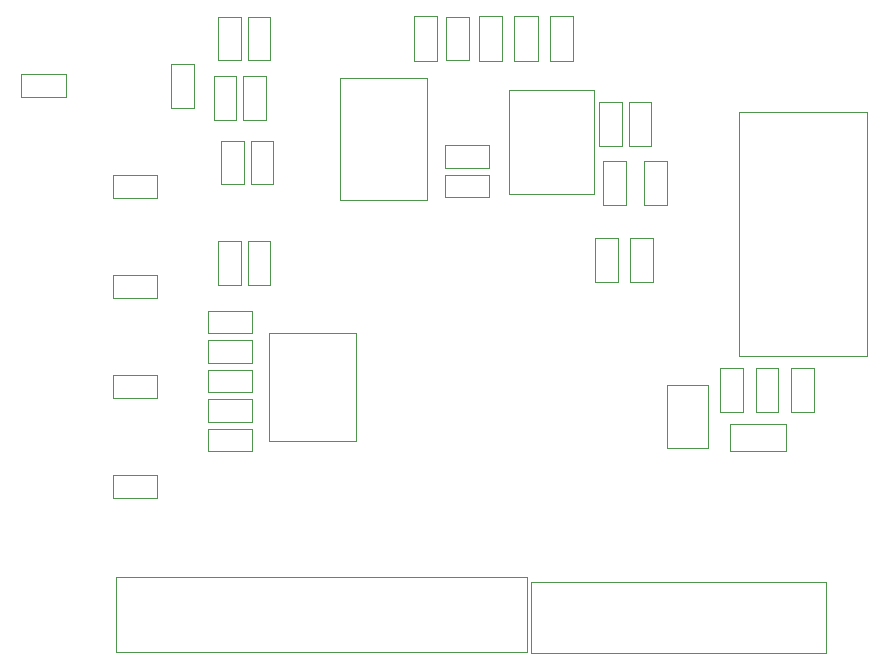
<source format=gbr>
%TF.GenerationSoftware,KiCad,Pcbnew,8.0.3*%
%TF.CreationDate,2024-06-29T17:40:50+07:00*%
%TF.ProjectId,solder-reflow,736f6c64-6572-42d7-9265-666c6f772e6b,rev?*%
%TF.SameCoordinates,Original*%
%TF.FileFunction,Other,User*%
%FSLAX46Y46*%
G04 Gerber Fmt 4.6, Leading zero omitted, Abs format (unit mm)*
G04 Created by KiCad (PCBNEW 8.0.3) date 2024-06-29 17:40:50*
%MOMM*%
%LPD*%
G01*
G04 APERTURE LIST*
%ADD10C,0.050000*%
G04 APERTURE END LIST*
D10*
%TO.C,R31*%
X126550000Y-75150000D02*
X128450000Y-75150000D01*
X126550000Y-78850000D02*
X126550000Y-75150000D01*
X128450000Y-75150000D02*
X128450000Y-78850000D01*
X128450000Y-78850000D02*
X126550000Y-78850000D01*
%TO.C,C19*%
X115120000Y-113920000D02*
X118880000Y-113920000D01*
X115120000Y-115880000D02*
X115120000Y-113920000D01*
X118880000Y-113920000D02*
X118880000Y-115880000D01*
X118880000Y-115880000D02*
X115120000Y-115880000D01*
%TO.C,R6*%
X123150000Y-100040000D02*
X126850000Y-100040000D01*
X123150000Y-101940000D02*
X123150000Y-100040000D01*
X126850000Y-100040000D02*
X126850000Y-101940000D01*
X126850000Y-101940000D02*
X123150000Y-101940000D01*
%TO.C,R14*%
X169550000Y-104900000D02*
X171450000Y-104900000D01*
X169550000Y-108600000D02*
X169550000Y-104900000D01*
X171450000Y-104900000D02*
X171450000Y-108600000D01*
X171450000Y-108600000D02*
X169550000Y-108600000D01*
%TO.C,U7*%
X134300000Y-80300000D02*
X134300000Y-90700000D01*
X134300000Y-90700000D02*
X141700000Y-90700000D01*
X141700000Y-80300000D02*
X134300000Y-80300000D01*
X141700000Y-90700000D02*
X141700000Y-80300000D01*
%TO.C,R32*%
X126550000Y-94150000D02*
X128450000Y-94150000D01*
X126550000Y-97850000D02*
X126550000Y-94150000D01*
X128450000Y-94150000D02*
X128450000Y-97850000D01*
X128450000Y-97850000D02*
X126550000Y-97850000D01*
%TO.C,R12*%
X143240000Y-88540000D02*
X146940000Y-88540000D01*
X143240000Y-90440000D02*
X143240000Y-88540000D01*
X146940000Y-88540000D02*
X146940000Y-90440000D01*
X146940000Y-90440000D02*
X143240000Y-90440000D01*
%TO.C,C8*%
X158913000Y-93870000D02*
X160873000Y-93870000D01*
X158913000Y-97630000D02*
X158913000Y-93870000D01*
X160873000Y-93870000D02*
X160873000Y-97630000D01*
X160873000Y-97630000D02*
X158913000Y-97630000D01*
%TO.C,R26*%
X156300000Y-82400000D02*
X158200000Y-82400000D01*
X156300000Y-86100000D02*
X156300000Y-82400000D01*
X158200000Y-82400000D02*
X158200000Y-86100000D01*
X158200000Y-86100000D02*
X156300000Y-86100000D01*
%TO.C,R27*%
X158800000Y-82400000D02*
X160700000Y-82400000D01*
X158800000Y-86100000D02*
X158800000Y-82400000D01*
X160700000Y-82400000D02*
X160700000Y-86100000D01*
X160700000Y-86100000D02*
X158800000Y-86100000D01*
%TO.C,R17*%
X123640002Y-80150000D02*
X125540002Y-80150000D01*
X123640002Y-83850000D02*
X123640002Y-80150000D01*
X125540002Y-80150000D02*
X125540002Y-83850000D01*
X125540002Y-83850000D02*
X123640002Y-83850000D01*
%TO.C,R4*%
X123150000Y-105040000D02*
X126850000Y-105040000D01*
X123150000Y-106940000D02*
X123150000Y-105040000D01*
X126850000Y-105040000D02*
X126850000Y-106940000D01*
X126850000Y-106940000D02*
X123150000Y-106940000D01*
%TO.C,C11*%
X140610000Y-75110000D02*
X142570000Y-75110000D01*
X140610000Y-78870000D02*
X140610000Y-75110000D01*
X142570000Y-75110000D02*
X142570000Y-78870000D01*
X142570000Y-78870000D02*
X140610000Y-78870000D01*
%TO.C,R15*%
X172550000Y-104900000D02*
X174450000Y-104900000D01*
X172550000Y-108600000D02*
X172550000Y-104900000D01*
X174450000Y-104900000D02*
X174450000Y-108600000D01*
X174450000Y-108600000D02*
X172550000Y-108600000D01*
%TO.C,R28*%
X143340910Y-75150000D02*
X145240910Y-75150000D01*
X143340910Y-78850000D02*
X143340910Y-75150000D01*
X145240910Y-75150000D02*
X145240910Y-78850000D01*
X145240910Y-78850000D02*
X143340910Y-78850000D01*
%TO.C,C17*%
X115120000Y-97020000D02*
X118880000Y-97020000D01*
X115120000Y-98980000D02*
X115120000Y-97020000D01*
X118880000Y-97020000D02*
X118880000Y-98980000D01*
X118880000Y-98980000D02*
X115120000Y-98980000D01*
%TO.C,D1*%
X167400000Y-109600000D02*
X172100000Y-109600000D01*
X167400000Y-111900000D02*
X167400000Y-109600000D01*
X172100000Y-111900000D02*
X167400000Y-111900000D01*
X172100000Y-111900000D02*
X172100000Y-109600000D01*
%TO.C,R20*%
X124049998Y-94150000D02*
X125949998Y-94150000D01*
X124049998Y-97850000D02*
X124049998Y-94150000D01*
X125949998Y-94150000D02*
X125949998Y-97850000D01*
X125949998Y-97850000D02*
X124049998Y-97850000D01*
%TO.C,C13*%
X146110000Y-75110000D02*
X148070000Y-75110000D01*
X146110000Y-78870000D02*
X146110000Y-75110000D01*
X148070000Y-75110000D02*
X148070000Y-78870000D01*
X148070000Y-78870000D02*
X146110000Y-78870000D01*
%TO.C,C16*%
X115120000Y-88570000D02*
X118880000Y-88570000D01*
X115120000Y-90530000D02*
X115120000Y-88570000D01*
X118880000Y-88570000D02*
X118880000Y-90530000D01*
X118880000Y-90530000D02*
X115120000Y-90530000D01*
%TO.C,C18*%
X115120000Y-105470000D02*
X118880000Y-105470000D01*
X115120000Y-107430000D02*
X115120000Y-105470000D01*
X118880000Y-105470000D02*
X118880000Y-107430000D01*
X118880000Y-107430000D02*
X115120000Y-107430000D01*
%TO.C,C15*%
X120020000Y-79120000D02*
X121980000Y-79120000D01*
X120020000Y-82880000D02*
X120020000Y-79120000D01*
X121980000Y-79120000D02*
X121980000Y-82880000D01*
X121980000Y-82880000D02*
X120020000Y-82880000D01*
%TO.C,U3*%
X148650000Y-81350000D02*
X148650000Y-90150000D01*
X148650000Y-90150000D02*
X155850000Y-90150000D01*
X155850000Y-81350000D02*
X148650000Y-81350000D01*
X155850000Y-90150000D02*
X155850000Y-81350000D01*
%TO.C,C6*%
X160071192Y-87370000D02*
X162031192Y-87370000D01*
X160071192Y-91130000D02*
X160071192Y-87370000D01*
X162031192Y-87370000D02*
X162031192Y-91130000D01*
X162031192Y-91130000D02*
X160071192Y-91130000D01*
%TO.C,C9*%
X155913000Y-93870000D02*
X157873000Y-93870000D01*
X155913000Y-97630000D02*
X155913000Y-93870000D01*
X157873000Y-93870000D02*
X157873000Y-97630000D01*
X157873000Y-97630000D02*
X155913000Y-97630000D01*
%TO.C,K1*%
X150500000Y-123000000D02*
X175500000Y-123000000D01*
X150500000Y-129000000D02*
X150500000Y-123000000D01*
X175500000Y-123000000D02*
X175500000Y-129000000D01*
X175500000Y-129000000D02*
X150500000Y-129000000D01*
%TO.C,R2*%
X123150000Y-107540000D02*
X126850000Y-107540000D01*
X123150000Y-109440000D02*
X123150000Y-107540000D01*
X126850000Y-107540000D02*
X126850000Y-109440000D01*
X126850000Y-109440000D02*
X123150000Y-109440000D01*
%TO.C,R18*%
X166550000Y-104900000D02*
X168450000Y-104900000D01*
X166550000Y-108600000D02*
X166550000Y-104900000D01*
X168450000Y-104900000D02*
X168450000Y-108600000D01*
X168450000Y-108600000D02*
X166550000Y-108600000D01*
%TO.C,C2*%
X152110000Y-75110000D02*
X154070000Y-75110000D01*
X152110000Y-78870000D02*
X152110000Y-75110000D01*
X154070000Y-75110000D02*
X154070000Y-78870000D01*
X154070000Y-78870000D02*
X152110000Y-78870000D01*
%TO.C,F1*%
X115350000Y-122550000D02*
X150150000Y-122550000D01*
X115350000Y-128950000D02*
X115350000Y-122550000D01*
X150150000Y-122550000D02*
X150150000Y-128950000D01*
X150150000Y-128950000D02*
X115350000Y-128950000D01*
%TO.C,R5*%
X123150000Y-102540000D02*
X126850000Y-102540000D01*
X123150000Y-104440000D02*
X123150000Y-102540000D01*
X126850000Y-102540000D02*
X126850000Y-104440000D01*
X126850000Y-104440000D02*
X123150000Y-104440000D01*
%TO.C,R19*%
X124049998Y-75150000D02*
X125949998Y-75150000D01*
X124049998Y-78850000D02*
X124049998Y-75150000D01*
X125949998Y-75150000D02*
X125949998Y-78850000D01*
X125949998Y-78850000D02*
X124049998Y-78850000D01*
%TO.C,C7*%
X156571192Y-87370000D02*
X158531192Y-87370000D01*
X156571192Y-91130000D02*
X156571192Y-87370000D01*
X158531192Y-87370000D02*
X158531192Y-91130000D01*
X158531192Y-91130000D02*
X156571192Y-91130000D01*
%TO.C,R13*%
X143240000Y-86040000D02*
X146940000Y-86040000D01*
X143240000Y-87940000D02*
X143240000Y-86040000D01*
X146940000Y-86040000D02*
X146940000Y-87940000D01*
X146940000Y-87940000D02*
X143240000Y-87940000D01*
%TO.C,R29*%
X126800002Y-85650000D02*
X128700002Y-85650000D01*
X126800002Y-89350000D02*
X126800002Y-85650000D01*
X128700002Y-85650000D02*
X128700002Y-89350000D01*
X128700002Y-89350000D02*
X126800002Y-89350000D01*
%TO.C,R16*%
X124300000Y-85650000D02*
X126200000Y-85650000D01*
X124300000Y-89350000D02*
X124300000Y-85650000D01*
X126200000Y-85650000D02*
X126200000Y-89350000D01*
X126200000Y-89350000D02*
X124300000Y-89350000D01*
%TO.C,U2*%
X128300000Y-101920000D02*
X128300000Y-111080000D01*
X128300000Y-111080000D02*
X135700000Y-111080000D01*
X135700000Y-101920000D02*
X128300000Y-101920000D01*
X135700000Y-111080000D02*
X135700000Y-101920000D01*
%TO.C,R1*%
X123150000Y-110040000D02*
X126850000Y-110040000D01*
X123150000Y-111940000D02*
X123150000Y-110040000D01*
X126850000Y-110040000D02*
X126850000Y-111940000D01*
X126850000Y-111940000D02*
X123150000Y-111940000D01*
%TO.C,C14*%
X107370000Y-80020000D02*
X111130000Y-80020000D01*
X107370000Y-81980000D02*
X107370000Y-80020000D01*
X111130000Y-80020000D02*
X111130000Y-81980000D01*
X111130000Y-81980000D02*
X107370000Y-81980000D01*
%TO.C,C12*%
X149110000Y-75110000D02*
X151070000Y-75110000D01*
X149110000Y-78870000D02*
X149110000Y-75110000D01*
X151070000Y-75110000D02*
X151070000Y-78870000D01*
X151070000Y-78870000D02*
X149110000Y-78870000D01*
%TO.C,Q1*%
X162000000Y-106300000D02*
X165500000Y-106300000D01*
X162000000Y-111700000D02*
X162000000Y-106300000D01*
X165500000Y-106300000D02*
X165500000Y-111700000D01*
X165500000Y-111700000D02*
X162000000Y-111700000D01*
%TO.C,U4*%
X168160000Y-83250000D02*
X168160000Y-103850000D01*
X168160000Y-103850000D02*
X178920000Y-103850000D01*
X178920000Y-83250000D02*
X168160000Y-83250000D01*
X178920000Y-103850000D02*
X178920000Y-83250000D01*
%TO.C,R30*%
X126140004Y-80150000D02*
X128040004Y-80150000D01*
X126140004Y-83850000D02*
X126140004Y-80150000D01*
X128040004Y-80150000D02*
X128040004Y-83850000D01*
X128040004Y-83850000D02*
X126140004Y-83850000D01*
%TD*%
M02*

</source>
